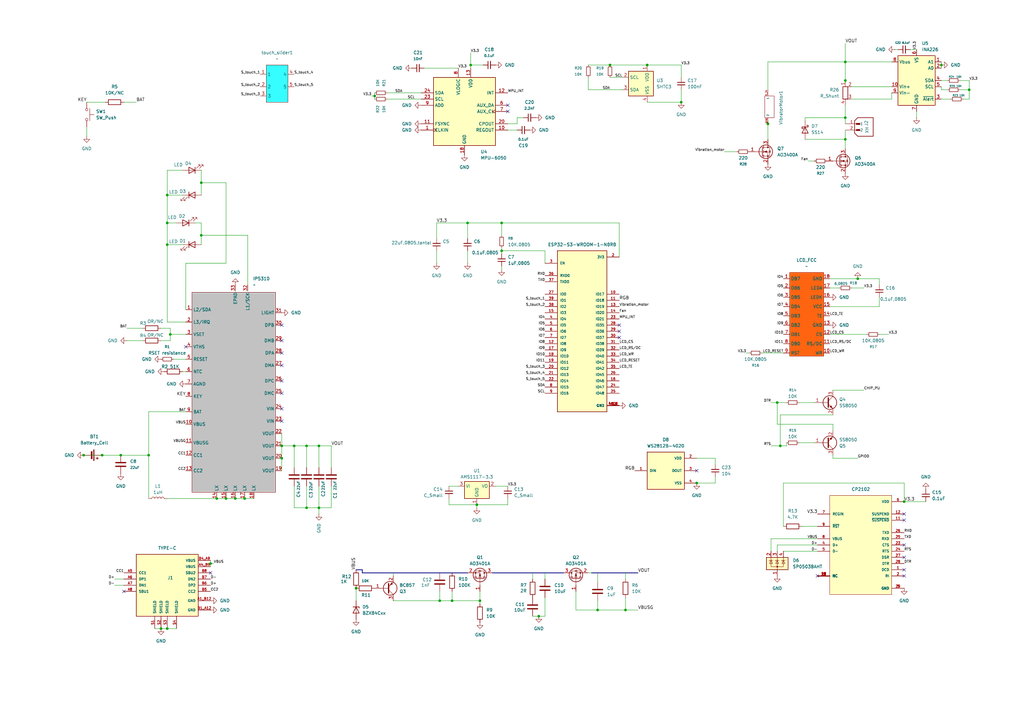
<source format=kicad_sch>
(kicad_sch (version 20250114) (generator "eeschema") (generator_version "9.0")
  (paper "A3")
  (junction (at 245.11 250.19))
  (junction (at 346.71 25.4))
  (junction (at 346.71 48.26))
  (junction (at 220.98 252.73))
  (junction (at 130.81 208.28))
  (junction (at 346.71 57.15))
  (junction (at 351.79 114.3))
  (junction (at 49.53 186.69))
  (junction (at 66.04 257.81))
  (junction (at 120.65 182.88))
  (junction (at 196.85 246.38))
  (junction (at 193.04 26.67))
  (junction (at 153.67 39.37))
  (junction (at 250.19 26.67))
  (junction (at 265.43 26.67))
  (junction (at 346.71 33.02))
  (junction (at 185.42 246.38))
  (junction (at 125.73 208.28))
  (junction (at 88.9 204.47))
  (junction (at 125.73 182.88))
  (junction (at 320.04 182.88))
  (junction (at 60.96 186.69))
  (junction (at 115.57 182.88))
  (junction (at 180.34 246.38))
  (junction (at 314.96 50.8))
  (junction (at 82.55 96.52))
  (junction (at 115.57 187.96))
  (junction (at 397.51 36.83))
  (junction (at 86.36 231.14))
  (junction (at 256.54 250.19))
  (junction (at 191.77 91.44))
  (junction (at 69.85 137.16))
  (junction (at 195.58 207.01))
  (junction (at 68.58 257.81))
  (junction (at 96.52 204.47))
  (junction (at 100.33 204.47))
  (junction (at 386.08 26.67))
  (junction (at 205.74 91.44))
  (junction (at 68.58 91.44))
  (junction (at 41.91 186.69))
  (junction (at 370.84 205.74))
  (junction (at 279.4 41.91))
  (junction (at 34.29 186.69))
  (junction (at 68.58 80.01))
  (junction (at 130.81 182.88))
  (junction (at 318.77 165.1))
  (junction (at 146.05 241.3))
  (junction (at 92.71 204.47))
  (junction (at 68.58 100.33))
  (junction (at 285.75 198.12))
  (junction (at 205.74 102.87))
  (junction (at 82.55 74.93))
  (no_connect (at 115.57 167.64))
  (no_connect (at 86.36 234.95))
  (no_connect (at 115.57 139.7))
  (no_connect (at 115.57 172.72))
  (no_connect (at 76.2 142.24))
  (no_connect (at 115.57 161.29))
  (no_connect (at 370.84 233.68))
  (no_connect (at 335.28 236.22))
  (no_connect (at 115.57 144.78))
  (no_connect (at 254 138.43))
  (no_connect (at 370.84 228.6))
  (no_connect (at 370.84 223.52))
  (no_connect (at 370.84 236.22))
  (no_connect (at 115.57 133.35))
  (no_connect (at 208.28 45.72))
  (no_connect (at 254 133.35))
  (no_connect (at 254 135.89))
  (no_connect (at 115.57 156.21))
  (no_connect (at 285.75 193.04))
  (no_connect (at 115.57 149.86))
  (no_connect (at 370.84 210.82))
  (no_connect (at 208.28 43.18))
  (no_connect (at 370.84 213.36))
  (no_connect (at 50.8 242.57))
  (wire (pts (xy 320.04 170.18) (xy 341.63 170.18)))
  (wire (pts (xy 250.19 26.67) (xy 265.43 26.67)))
  (wire (pts (xy 82.55 69.85) (xy 82.55 74.93)))
  (wire (pts (xy 349.25 40.64) (xy 365.76 40.64)))
  (wire (pts (xy 184.15 207.01) (xy 195.58 207.01)))
  (wire (pts (xy 115.57 182.88) (xy 115.57 187.96)))
  (wire (pts (xy 340.36 114.3) (xy 351.79 114.3)))
  (wire (pts (xy 316.23 220.98) (xy 335.28 220.98)))
  (wire (pts (xy 241.3 26.67) (xy 250.19 26.67)))
  (wire (pts (xy 208.28 207.01) (xy 195.58 207.01)))
  (wire (pts (xy 195.58 207.01) (xy 195.58 208.28)))
  (wire (pts (xy 212.09 48.26) (xy 214.63 48.26)))
  (wire (pts (xy 76.2 127) (xy 76.2 107.95)))
  (wire (pts (xy 68.58 91.44) (xy 68.58 100.33)))
  (wire (pts (xy 208.28 50.8) (xy 212.09 50.8)))
  (wire (pts (xy 152.4 39.37) (xy 153.67 39.37)))
  (wire (pts (xy 331.47 66.04) (xy 334.01 66.04)))
  (wire (pts (xy 386.08 40.64) (xy 389.89 40.64)))
  (wire (pts (xy 86.36 231.14) (xy 86.36 232.41)))
  (wire (pts (xy 205.74 102.87) (xy 205.74 104.14)))
  (wire (pts (xy 130.81 210.82) (xy 130.81 208.28)))
  (wire (pts (xy 92.71 107.95) (xy 92.71 74.93)))
  (wire (pts (xy 69.85 134.62) (xy 66.04 134.62)))
  (wire (pts (xy 341.63 173.99) (xy 341.63 176.53)))
  (wire (pts (xy 135.89 191.77) (xy 135.89 182.88)))
  (wire (pts (xy 220.98 252.73) (xy 223.52 252.73)))
  (wire (pts (xy 161.29 246.38) (xy 180.34 246.38)))
  (wire (pts (xy 130.81 199.39) (xy 130.81 208.28)))
  (wire (pts (xy 236.22 250.19) (xy 245.11 250.19)))
  (wire (pts (xy 327.66 165.1) (xy 334.01 165.1)))
  (wire (pts (xy 153.67 39.37) (xy 153.67 40.64)))
  (wire (pts (xy 285.75 187.96) (xy 293.37 187.96)))
  (wire (pts (xy 340.36 137.16) (xy 355.6 137.16)))
  (wire (pts (xy 365.76 25.4) (xy 346.71 25.4)))
  (wire (pts (xy 293.37 198.12) (xy 285.75 198.12)))
  (wire (pts (xy 386.08 25.4) (xy 386.08 26.67)))
  (wire (pts (xy 370.84 198.12) (xy 370.84 205.74)))
  (wire (pts (xy 76.2 107.95) (xy 92.71 107.95)))
  (wire (pts (xy 191.77 91.44) (xy 205.74 91.44)))
  (wire (pts (xy 320.04 182.88) (xy 322.58 182.88)))
  (wire (pts (xy 135.89 182.88) (xy 130.81 182.88)))
  (wire (pts (xy 74.93 152.4) (xy 76.2 152.4)))
  (wire (pts (xy 146.05 241.3) (xy 146.05 246.38)))
  (wire (pts (xy 60.96 204.47) (xy 60.96 186.69)))
  (wire (pts (xy 115.57 187.96) (xy 115.57 193.04)))
  (wire (pts (xy 212.09 50.8) (xy 212.09 48.26)))
  (wire (pts (xy 179.07 91.44) (xy 179.07 97.79)))
  (wire (pts (xy 60.96 186.69) (xy 60.96 168.91)))
  (wire (pts (xy 88.9 204.47) (xy 92.71 204.47)))
  (wire (pts (xy 130.81 182.88) (xy 125.73 182.88)))
  (wire (pts (xy 66.04 257.81) (xy 68.58 257.81)))
  (wire (pts (xy 318.77 165.1) (xy 322.58 165.1)))
  (wire (pts (xy 82.55 96.52) (xy 101.6 96.52)))
  (wire (pts (xy 314.96 25.4) (xy 314.96 36.83)))
  (wire (pts (xy 115.57 182.88) (xy 120.65 182.88)))
  (wire (pts (xy 68.58 69.85) (xy 74.93 69.85)))
  (wire (pts (xy 250.19 31.75) (xy 255.27 31.75)))
  (wire (pts (xy 205.74 101.6) (xy 205.74 102.87)))
  (wire (pts (xy 82.55 96.52) (xy 82.55 91.44)))
  (wire (pts (xy 180.34 242.57) (xy 180.34 246.38)))
  (wire (pts (xy 158.75 40.64) (xy 172.72 40.64)))
  (wire (pts (xy 351.79 114.3) (xy 360.68 114.3)))
  (wire (pts (xy 293.37 195.58) (xy 293.37 198.12)))
  (wire (pts (xy 68.58 100.33) (xy 68.58 132.08)))
  (wire (pts (xy 368.3 20.32) (xy 367.03 20.32)))
  (wire (pts (xy 203.2 199.39) (xy 208.28 199.39)))
  (wire (pts (xy 354.33 118.11) (xy 349.25 118.11)))
  (wire (pts (xy 314.96 50.8) (xy 314.96 57.15)))
  (wire (pts (xy 393.7 33.02) (xy 397.51 33.02)))
  (wire (pts (xy 60.96 186.69) (xy 49.53 186.69)))
  (wire (pts (xy 223.52 234.95) (xy 223.52 237.49)))
  (wire (pts (xy 184.15 199.39) (xy 187.96 199.39)))
  (wire (pts (xy 184.15 204.47) (xy 184.15 207.01)))
  (wire (pts (xy 346.71 33.02) (xy 346.71 34.29)))
  (wire (pts (xy 327.66 181.61) (xy 334.01 181.61)))
  (wire (pts (xy 158.75 38.1) (xy 172.72 38.1)))
  (wire (pts (xy 218.44 234.95) (xy 218.44 237.49)))
  (wire (pts (xy 193.04 26.67) (xy 193.04 27.94)))
  (wire (pts (xy 330.2 48.26) (xy 330.2 49.53)))
  (wire (pts (xy 68.58 69.85) (xy 68.58 80.01)))
  (wire (pts (xy 346.71 48.26) (xy 330.2 48.26)))
  (wire (pts (xy 397.51 36.83) (xy 397.51 40.64)))
  (wire (pts (xy 346.71 25.4) (xy 346.71 33.02)))
  (wire (pts (xy 265.43 41.91) (xy 279.4 41.91)))
  (wire (pts (xy 46.99 240.03) (xy 50.8 240.03)))
  (wire (pts (xy 245.11 234.95) (xy 245.11 238.76)))
  (wire (pts (xy 180.34 246.38) (xy 185.42 246.38)))
  (wire (pts (xy 297.18 62.23) (xy 302.26 62.23)))
  (wire (pts (xy 370.84 205.74) (xy 379.73 205.74)))
  (wire (pts (xy 130.81 191.77) (xy 130.81 182.88)))
  (wire (pts (xy 179.07 91.44) (xy 191.77 91.44)))
  (wire (pts (xy 185.42 246.38) (xy 196.85 246.38)))
  (wire (pts (xy 316.23 182.88) (xy 320.04 182.88)))
  (wire (pts (xy 245.11 250.19) (xy 245.11 246.38)))
  (wire (pts (xy 360.68 114.3) (xy 360.68 116.84)))
  (wire (pts (xy 397.51 33.02) (xy 397.51 36.83)))
  (wire (pts (xy 66.04 139.7) (xy 69.85 139.7)))
  (wire (pts (xy 46.99 237.49) (xy 50.8 237.49)))
  (wire (pts (xy 318.77 226.06) (xy 318.77 223.52)))
  (wire (pts (xy 364.49 137.16) (xy 360.68 137.16)))
  (wire (pts (xy 72.39 91.44) (xy 68.58 91.44)))
  (wire (pts (xy 341.63 173.99) (xy 318.77 173.99)))
  (wire (pts (xy 365.76 40.64) (xy 365.76 38.1)))
  (wire (pts (xy 68.58 257.81) (xy 72.39 257.81)))
  (wire (pts (xy 153.67 38.1) (xy 153.67 39.37)))
  (wire (pts (xy 208.28 204.47) (xy 208.28 207.01)))
  (wire (pts (xy 92.71 74.93) (xy 82.55 74.93)))
  (wire (pts (xy 58.42 139.7) (xy 52.07 139.7)))
  (wire (pts (xy 52.07 134.62) (xy 58.42 134.62)))
  (wire (pts (xy 101.6 96.52) (xy 101.6 116.84)))
  (wire (pts (xy 241.3 31.75) (xy 241.3 36.83)))
  (wire (pts (xy 256.54 237.49) (xy 256.54 234.95)))
  (wire (pts (xy 35.56 41.91) (xy 43.18 41.91)))
  (wire (pts (xy 346.71 57.15) (xy 346.71 60.96)))
  (wire (pts (xy 279.4 41.91) (xy 279.4 36.83)))
  (wire (pts (xy 35.56 55.88) (xy 35.56 52.07)))
  (wire (pts (xy 76.2 132.08) (xy 68.58 132.08)))
  (wire (pts (xy 74.93 100.33) (xy 68.58 100.33)))
  (wire (pts (xy 322.58 182.88) (xy 322.58 181.61)))
  (wire (pts (xy 346.71 17.78) (xy 346.71 25.4)))
  (wire (pts (xy 68.58 80.01) (xy 68.58 91.44)))
  (wire (pts (xy 100.33 204.47) (xy 104.14 204.47)))
  (wire (pts (xy 346.71 50.8) (xy 346.71 48.26)))
  (wire (pts (xy 254 91.44) (xy 254 105.41)))
  (wire (pts (xy 330.2 57.15) (xy 346.71 57.15)))
  (wire (pts (xy 265.43 26.67) (xy 279.4 26.67)))
  (wire (pts (xy 375.92 48.26) (xy 375.92 45.72)))
  (wire (pts (xy 63.5 257.81) (xy 66.04 257.81)))
  (wire (pts (xy 96.52 204.47) (xy 100.33 204.47)))
  (wire (pts (xy 360.68 121.92) (xy 360.68 125.73)))
  (wire (pts (xy 135.89 208.28) (xy 130.81 208.28)))
  (wire (pts (xy 185.42 246.38) (xy 185.42 242.57)))
  (wire (pts (xy 314.96 49.53) (xy 314.96 50.8)))
  (wire (pts (xy 349.25 35.56) (xy 365.76 35.56)))
  (wire (pts (xy 161.29 234.95) (xy 161.29 236.22)))
  (wire (pts (xy 68.58 204.47) (xy 88.9 204.47)))
  (bus (pts (xy 242.57 234.95) (xy 261.62 234.95)))
  (wire (pts (xy 256.54 250.19) (xy 245.11 250.19)))
  (wire (pts (xy 397.51 36.83) (xy 393.7 36.83)))
  (bus (pts (xy 148.59 234.95) (xy 191.77 234.95)))
  (wire (pts (xy 321.31 226.06) (xy 335.28 226.06)))
  (wire (pts (xy 69.85 137.16) (xy 69.85 134.62)))
  (wire (pts (xy 321.31 198.12) (xy 370.84 198.12)))
  (wire (pts (xy 279.4 31.75) (xy 279.4 26.67)))
  (wire (pts (xy 328.93 215.9) (xy 335.28 215.9)))
  (wire (pts (xy 316.23 226.06) (xy 316.23 220.98)))
  (wire (pts (xy 223.52 102.87) (xy 205.74 102.87)))
  (wire (pts (xy 316.23 165.1) (xy 318.77 165.1)))
  (wire (pts (xy 74.93 80.01) (xy 68.58 80.01)))
  (wire (pts (xy 120.65 199.39) (xy 120.65 208.28)))
  (bus (pts (xy 146.05 233.68) (xy 148.59 233.68)))
  (wire (pts (xy 320.04 170.18) (xy 320.04 182.88)))
  (bus (pts (xy 148.59 234.95) (xy 148.59 233.68)))
  (wire (pts (xy 205.74 109.22) (xy 205.74 110.49)))
  (wire (pts (xy 208.28 53.34) (xy 212.09 53.34)))
  (wire (pts (xy 86.36 229.87) (xy 86.36 231.14)))
  (wire (pts (xy 360.68 125.73) (xy 340.36 125.73)))
  (bus (pts (xy 201.93 234.95) (xy 231.14 234.95)))
  (wire (pts (xy 71.12 147.32) (xy 76.2 147.32)))
  (wire (pts (xy 125.73 208.28) (xy 130.81 208.28)))
  (wire (pts (xy 86.36 231.14) (xy 87.63 231.14)))
  (wire (pts (xy 256.54 245.11) (xy 256.54 250.19)))
  (wire (pts (xy 386.08 33.02) (xy 388.62 33.02)))
  (wire (pts (xy 293.37 187.96) (xy 293.37 190.5)))
  (wire (pts (xy 318.77 173.99) (xy 318.77 165.1)))
  (wire (pts (xy 236.22 242.57) (xy 236.22 250.19)))
  (wire (pts (xy 318.77 223.52) (xy 335.28 223.52)))
  (wire (pts (xy 386.08 36.83) (xy 386.08 35.56)))
  (wire (pts (xy 193.04 26.67) (xy 198.12 26.67)))
  (wire (pts (xy 223.52 107.95) (xy 223.52 102.87)))
  (wire (pts (xy 196.85 246.38) (xy 196.85 242.57)))
  (wire (pts (xy 193.04 21.59) (xy 193.04 26.67)))
  (wire (pts (xy 397.51 40.64) (xy 394.97 40.64)))
  (wire (pts (xy 344.17 118.11) (xy 340.36 118.11)))
  (wire (pts (xy 49.53 186.69) (xy 41.91 186.69)))
  (wire (pts (xy 76.2 137.16) (xy 69.85 137.16)))
  (wire (pts (xy 191.77 91.44) (xy 191.77 97.79)))
  (wire (pts (xy 82.55 100.33) (xy 82.55 96.52)))
  (wire (pts (xy 223.52 245.11) (xy 223.52 252.73)))
  (wire (pts (xy 125.73 208.28) (xy 120.65 208.28)))
  (wire (pts (xy 205.74 91.44) (xy 205.74 96.52)))
  (wire (pts (xy 346.71 57.15) (xy 346.71 53.34)))
  (wire (pts (xy 125.73 191.77) (xy 125.73 182.88)))
  (wire (pts (xy 205.74 91.44) (xy 254 91.44)))
  (wire (pts (xy 312.42 144.78) (xy 321.31 144.78)))
  (wire (pts (xy 135.89 199.39) (xy 135.89 208.28)))
  (wire (pts (xy 120.65 182.88) (xy 120.65 191.77)))
  (wire (pts (xy 261.62 250.19) (xy 256.54 250.19)))
  (wire (pts (xy 351.79 187.96) (xy 341.63 187.96)))
  (wire (pts (xy 125.73 182.88) (xy 120.65 182.88)))
  (wire (pts (xy 196.85 247.65) (xy 196.85 246.38)))
  (wire (pts (xy 125.73 199.39) (xy 125.73 208.28)))
  (wire (pts (xy 314.96 25.4) (xy 346.71 25.4)))
  (wire (pts (xy 341.63 160.02) (xy 354.33 160.02)))
  (wire (pts (xy 241.3 36.83) (xy 255.27 36.83)))
  (wire (pts (xy 321.31 215.9) (xy 321.31 198.12)))
  (wire (pts (xy 82.55 91.44) (xy 80.01 91.44)))
  (wire (pts (xy 373.38 20.32) (xy 375.92 20.32)))
  (wire (pts (xy 82.55 74.93) (xy 82.55 80.01)))
  (wire (pts (xy 341.63 187.96) (xy 341.63 186.69)))
  (wire (pts (xy 69.85 137.16) (xy 69.85 139.7)))
  (wire (pts (xy 179.07 102.87) (xy 179.07 107.95)))
  (wire (pts (xy 173.99 27.94) (xy 187.96 27.94)))
  (wire (pts (xy 386.08 26.67) (xy 386.08 27.94)))
  (wire (pts (xy 41.91 186.69) (xy 34.29 186.69)))
  (wire (pts (xy 55.88 41.91) (xy 50.8 41.91)))
  (wire (pts (xy 218.44 252.73) (xy 220.98 252.73)))
  (wire (pts (xy 191.77 102.87) (xy 191.77 107.95)))
  (wire (pts (xy 60.96 168.91) (xy 76.2 168.91)))
  (wire (pts (xy 241.3 234.95) (xy 242.57 234.95)))
  (wire (pts (xy 306.07 144.78) (xy 307.34 144.78)))
  (wire (pts (xy 115.57 177.8) (xy 115.57 182.88)))
  (wire (pts (xy 388.62 36.83) (xy 386.08 36.83)))
  (wire (pts (xy 346.71 43.18) (xy 346.71 48.26)))
  (wire (pts (xy 92.71 204.47) (xy 96.52 204.47)))
  (label "SCL" (at 255.27 31.75 180) (effects (font (size 1.016 1.016))))
  (label "V3.3" (at 208.28 199.39 0) (effects (font (size 1.016 1.016))))
  (label "LCD_WR" (at 340.36 144.78 0) (effects (font (size 1.016 1.016))))
  (label "D+" (at 46.99 237.49 180) (effects (font (size 1.016 1.016))))
  (label "V3.3" (at 187.96 27.94 0) (effects (font (size 1.016 1.016))))
  (label "MPU_INT" (at 254 130.81 0) (effects (font (size 1.016 1.016))))
  (label "V3.3" (at 375.92 20.32 90) (effects (font (size 1.016 1.016))))
  (label "VOUT" (at 346.71 17.78 0))
  (label "CC2" (at 86.36 242.57 0) (effects (font (size 1.016 1.016))))
  (label "KEY" (at 76.2 162.56 180))
  (label "CC1" (at 50.8 234.95 180) (effects (font (size 1.016 1.016))))
  (label "Fan" (at 331.47 66.04 180) (effects (font (size 1.016 1.016))))
  (label "S_touch_3" (at 223.52 151.13 180) (effects (font (size 1.016 1.016))))
  (label "S_touch_3" (at 106.68 39.37 180) (effects (font (size 1.016 1.016))))
  (label "D+" (at 86.36 240.03 0) (effects (font (size 1.016 1.016))))
  (label "V3.3" (at 364.49 137.16 0) (effects (font (size 1.016 1.016))))
  (label "D-" (at 335.28 226.06 180) (effects (font (size 1.016 1.016))))
  (label "V3.3" (at 354.33 118.11 0) (effects (font (size 1.016 1.016))))
  (label "LCD_RS{slash}DC" (at 340.36 140.97 0) (effects (font (size 1.016 1.016))))
  (label "GPIO0" (at 351.79 187.96 0) (effects (font (size 1.016 1.016))))
  (label "D+" (at 335.28 223.52 180) (effects (font (size 1.016 1.016))))
  (label "RGB" (at 260.35 193.04 180))
  (label "CC2" (at 76.2 193.04 180) (effects (font (size 1.016 1.016))))
  (label "IO10" (at 321.31 137.16 180) (effects (font (size 1.016 1.016))))
  (label "LCD_WR" (at 254 146.05 0) (effects (font (size 1.016 1.016))))
  (label "VBUS" (at 146.05 233.68 90))
  (label "S_touch_2" (at 106.68 35.56 180) (effects (font (size 1.016 1.016))))
  (label "S_touch_4" (at 223.52 153.67 180) (effects (font (size 1.016 1.016))))
  (label "LCD_TE" (at 254 151.13 0) (effects (font (size 1.016 1.016))))
  (label "BAT" (at 76.2 168.91 180) (effects (font (size 1.016 1.016))))
  (label "V3.3" (at 370.84 205.74 0))
  (label "IO7" (at 321.31 125.73 180) (effects (font (size 1.016 1.016))))
  (label "S_touch_5" (at 120.65 35.56 0) (effects (font (size 1.016 1.016))))
  (label "Vibration_motor" (at 297.18 62.23 180) (effects (font (size 1.016 1.016))))
  (label "RGB" (at 254 123.19 0))
  (label "V3.3" (at 335.28 210.82 180))
  (label "CHIP_PU" (at 354.33 160.02 0) (effects (font (size 1.016 1.016))))
  (label "IO11" (at 223.52 148.59 180) (effects (font (size 1.016 1.016))))
  (label "IO8" (at 223.52 140.97 180) (effects (font (size 1.016 1.016))))
  (label "LCD_CS" (at 340.36 137.16 0) (effects (font (size 1.016 1.016))))
  (label "SDA" (at 250.19 36.83 180) (effects (font (size 1.016 1.016))))
  (label "LCD_RS{slash}DC" (at 254 143.51 0) (effects (font (size 1.016 1.016))))
  (label "S_touch_1" (at 223.52 123.19 180) (effects (font (size 1.016 1.016))))
  (label "D-" (at 86.36 237.49 0) (effects (font (size 1.016 1.016))))
  (label "VOUT" (at 135.89 182.88 0))
  (label "IO8" (at 321.31 129.54 180) (effects (font (size 1.016 1.016))))
  (label "IO4" (at 321.31 114.3 180) (effects (font (size 1.016 1.016))))
  (label "CC1" (at 76.2 186.69 180) (effects (font (size 1.016 1.016))))
  (label "IO5" (at 321.31 118.11 180) (effects (font (size 1.016 1.016))))
  (label "Vibration_motor" (at 254 125.73 0) (effects (font (size 1.016 1.016))))
  (label "S_touch_5" (at 223.52 156.21 180) (effects (font (size 1.016 1.016))))
  (label "S_touch_4" (at 120.65 30.48 0) (effects (font (size 1.016 1.016))))
  (label "S_touch_1" (at 106.68 30.48 180) (effects (font (size 1.016 1.016))))
  (label "IO9" (at 223.52 143.51 180) (effects (font (size 1.016 1.016))))
  (label "BAT" (at 52.07 134.62 180) (effects (font (size 1.016 1.016))))
  (label "RX0" (at 223.52 113.03 180) (effects (font (size 1.016 1.016))))
  (label "VBUSG" (at 76.2 181.61 180) (effects (font (size 1.016 1.016))))
  (label "IO10" (at 223.52 146.05 180) (effects (font (size 1.016 1.016))))
  (label "S_touch_2" (at 223.52 125.73 180) (effects (font (size 1.016 1.016))))
  (label "SDA" (at 165.1 38.1 180) (effects (font (size 1.016 1.016))))
  (label "LCD_TE" (at 340.36 129.54 0) (effects (font (size 1.016 1.016))))
  (label "IO9" (at 321.31 133.35 180) (effects (font (size 1.016 1.016))))
  (label "SCL" (at 170.18 40.64 180) (effects (font (size 1.016 1.016))))
  (label "VBUS" (at 87.63 231.14 0) (effects (font (size 1.016 1.016))))
  (label "IO11" (at 321.31 140.97 180) (effects (font (size 1.016 1.016))))
  (label "IO5" (at 223.52 133.35 180) (effects (font (size 1.016 1.016))))
  (label "MPU_INT" (at 208.28 38.1 0) (effects (font (size 1.016 1.016))))
  (label "DTR" (at 316.23 165.1 180) (effects (font (size 1.016 1.016))))
  (label "V3.3" (at 306.07 144.78 180) (effects (font (size 1.016 1.016))))
  (label "IO6" (at 223.52 135.89 180) (effects (font (size 1.016 1.016))))
  (label "LCD_CS" (at 254 140.97 0) (effects (font (size 1.016 1.016))))
  (label "DTR" (at 370.84 231.14 0) (effects (font (size 1.016 1.016))))
  (label "LCD_RESET" (at 254 148.59 0) (effects (font (size 1.016 1.016))))
  (label "VBUSG" (at 261.62 250.19 0))
  (label "RTS" (at 316.23 182.88 180) (effects (font (size 1.016 1.016))))
  (label "KEY" (at 35.56 41.91 180))
  (label "V3.3" (at 279.4 26.67 0) (effects (font (size 1.016 1.016))))
  (label "TX0" (at 370.84 220.98 0) (effects (font (size 1.016 1.016))))
  (label "RX0" (at 370.84 218.44 0) (effects (font (size 1.016 1.016))))
  (label "IO7" (at 223.52 138.43 180) (effects (font (size 1.016 1.016))))
  (label "V3.3" (at 193.04 21.59 0) (effects (font (size 1.016 1.016))))
  (label "BAT" (at 55.88 41.91 0))
  (label "V3.3" (at 179.07 91.44 0))
  (label "IO6" (at 321.31 121.92 180) (effects (font (size 1.016 1.016))))
  (label "TX0" (at 223.52 115.57 180) (effects (font (size 1.016 1.016))))
  (label "V3.3" (at 397.51 33.02 0) (effects (font (size 1.016 1.016))))
  (label "RTS" (at 370.84 226.06 0) (effects (font (size 1.016 1.016))))
  (label "Fan" (at 254 128.27 0) (effects (font (size 1.016 1.016))))
  (label "VBUS" (at 335.28 220.98 180) (effects (font (size 1.016 1.016))))
  (label "D-" (at 46.99 240.03 180) (effects (font (size 1.016 1.016))))
  (label "V3.3" (at 152.4 39.37 180) (effects (font (size 1.016 1.016))))
  (label "VOUT" (at 261.62 234.95 0))
  (label "SCL" (at 223.52 161.29 180) (effects (font (size 1.016 1.016))))
  (label "LCD_RESET" (at 321.31 144.78 180) (effects (font (size 1.016 1.016))))
  (label "SDA" (at 223.52 158.75 180) (effects (font (size 1.016 1.016))))
  (label "IO4" (at 223.52 130.81 180) (effects (font (size 1.016 1.016))))
  (label "VBUS" (at 76.2 173.99 180) (effects (font (size 1.016 1.016))))
  (symbol (lib_id "Device:LED") (at 76.2 91.44 180) (unit 1)
    (property "Reference" "D2" (at 74.676 88.646 0))
    (property "Value" "LED" (at 70.612 89.154 0))
    (property "Description" "Light emitting diode" (effects (hide yes)))
    (property "Sim.Pins" "1=K 2=A" (effects (hide yes)))
  )
  (symbol (lib_id "power:GND") (at 340.36 121.92 90) (unit 1)
    (property "Reference" "#PWR027" (effects (hide yes)))
    (property "Value" "GND" (at 344.17 121.9199 90) (effects (justify right)))
    (property "Description" "Power symbol creates a global label with name \"GND\" , ground" (effects (hide yes)))
  )
  (symbol (lib_id "power:GND") (at 172.72 53.34 270) (unit 1)
    (property "Reference" "#PWR036" (effects (hide yes)))
    (property "Value" "GND" (at 168.91 53.3399 90) (effects (justify right)))
    (property "Description" "Power symbol creates a global label with name \"GND\" , ground" (effects (hide yes)))
  )
  (symbol (lib_id "Device:C_Small") (at 279.4 34.29 0) (unit 1)
    (property "Reference" "C17" (at 281.94 33.0262 0) (effects (justify left)))
    (property "Value" "100nF" (at 281.94 35.5662 0) (effects (justify left)))
    (property "Description" "Unpolarized capacitor, small symbol" (effects (hide yes)))
  )
  (symbol (lib_id "power:GND") (at 66.04 147.32 270) (unit 1)
    (property "Reference" "#PWR013" (effects (hide yes)))
    (property "Value" "GND" (at 62.23 147.3199 90) (effects (justify right)))
    (property "Description" "Power symbol creates a global label with name \"GND\" , ground" (effects (hide yes)))
  )
  (symbol (lib_id "power:GND") (at 370.84 241.3 0) (unit 1)
    (property "Reference" "#PWR08" (effects (hide yes)))
    (property "Value" "GND" (at 370.84 246.38 0))
    (property "Description" "Power symbol creates a global label with name \"GND\" , ground" (effects (hide yes)))
  )
  (symbol (lib_id "Transistor_BJT:SS8050") (at 339.09 181.61 0) (mirror x) (unit 1)
    (property "Reference" "Q5" (at 344.17 182.8801 0) (effects (justify left)))
    (property "Value" "SS8050" (at 344.17 180.3401 0) (effects (justify left)))
    (property "Footprint" "Package_TO_SOT_SMD:SOT-23" (effects (hide yes)))
    (property "Datasheet" "http://www.secosgmbh.com/datasheet/products/SSMPTransistor/SOT-23/SS8050.pdf" (effects (hide yes)))
    (property "Description" "General Purpose NPN Transistor, 1.5A Ic, 25V Vce, SOT-23" (effects (hide yes)))
  )
  (symbol (lib_id "TYPE-C-31-M-12:TYPE-C-31-M-12") (at 68.58 240.03 0) (unit 1)
    (property "Reference" "J1" (at 69.85 236.982 0))
    (property "Value" "TYPE-C" (at 68.58 224.79 0))
    (property "Footprint" "TYPE-C-31-M-12:HRO_TYPE-C-31-M-12" (effects (hide yes)))
    (property "MF" "HRO Electronics Co., Ltd." (effects (hide yes)))
    (property "MAXIMUM_PACKAGE_HEIGHT" "3.26 mm" (effects (hide yes)))
    (property "Package" "Package" (effects (hide yes)))
    (property "Price" "None" (effects (hide yes)))
    (property "Check_prices" "https://www.snapeda.com/parts/TYPE-C-31-M-12/HRO+Electronics+Co.%252C+Ltd./view-part/?ref=eda" (effects (hide yes)))
    (property "STANDARD" "Manufacturer Recommendations" (effects (hide yes)))
    (property "PARTREV" "2020.12.08" (effects (hide yes)))
    (property "SnapEDA_Link" "https://www.snapeda.com/parts/TYPE-C-31-M-12/HRO+Electronics+Co.%252C+Ltd./view-part/?ref=snap" (effects (hide yes)))
    (property "MP" "TYPE-C-31-M-12" (effects (hide yes)))
    (property "Description_1" "USB Connectors 24 Receptacle 1 8.94*7.3mm RoHS" (effects (hide yes)))
    (property "SNAPEDA_PN" "TYPE-C-31-M-12" (effects (hide yes)))
    (property "Availability" "Not in stock" (effects (hide yes)))
    (property "MANUFACTURER" "HRO Electronics Co., Ltd." (effects (hide yes)))
  )
  (symbol (lib_id "Transistor_FET:AO3400A") (at 312.42 62.23 0) (unit 1)
    (property "Reference" "Q7" (at 318.77 60.9599 0) (effects (justify left)))
    (property "Value" "AO3400A" (at 318.77 63.4999 0) (effects (justify left)))
    (property "Footprint" "Package_TO_SOT_SMD:SOT-23" (effects (hide yes)))
    (property "Datasheet" "http://www.aosmd.com/pdfs/datasheet/AO3400A.pdf" (effects (hide yes)))
    (property "Description" "30V Vds, 5.7A Id, N-Channel MOSFET, SOT-23" (effects (hide yes)))
  )
  (symbol (lib_id "Device:C_Small") (at 171.45 27.94 90) (unit 1)
    (property "Reference" "C21" (at 171.45 21.59 90))
    (property "Value" "10nF" (at 171.4563 24.13 90) (effects (font (size 1.016 1.016))))
    (property "Description" "Unpolarized capacitor, small symbol" (effects (hide yes)))
  )
  (symbol (lib_id "Power_Protection:SP0503BAHT") (at 318.77 231.14 0) (unit 1)
    (property "Reference" "D6" (at 325.12 229.8699 0) (effects (justify left)))
    (property "Value" "SP0503BAHT" (at 325.12 232.4099 0) (effects (justify left)))
    (property "Footprint" "Package_TO_SOT_SMD:SOT-143" (effects (hide yes)))
    (property "Datasheet" "http://www.littelfuse.com/~/media/files/littelfuse/technical%20resources/documents/data%20sheets/sp05xxba.pdf" (effects (hide yes)))
    (property "Description" "TVS Diode Array, 5.5V Standoff, 3 Channels, SOT-143 package" (effects (hide yes)))
  )
  (symbol (lib_id "power:GND") (at 314.96 67.31 0) (unit 1)
    (property "Reference" "#PWR041" (effects (hide yes)))
    (property "Value" "GND" (at 314.96 72.39 0))
    (property "Description" "Power symbol creates a global label with name \"GND\" , ground" (effects (hide yes)))
  )
  (symbol (lib_id "Device:R_Small") (at 241.3 29.21 0) (mirror y) (unit 1)
    (property "Reference" "R20" (at 238.76 27.9399 0) (effects (font (size 1.016 1.016)) (justify left)))
    (property "Value" "10K" (at 238.76 30.4799 0) (effects (font (size 1.016 1.016)) (justify left)))
    (property "Description" "Resistor, small symbol" (effects (hide yes)))
  )
  (symbol (lib_id "power:GND") (at 367.03 20.32 270) (unit 1)
    (property "Reference" "#PWR039" (effects (hide yes)))
    (property "Value" "GND" (at 363.22 20.3199 90) (effects (justify right)))
    (property "Description" "Power symbol creates a global label with name \"GND\" , ground" (effects (hide yes)))
  )
  (symbol (lib_id "Device:LED") (at 78.74 100.33 0) (unit 1)
    (property "Reference" "D1" (at 74.93 98.806 0))
    (property "Value" "LED" (at 71.12 99.06 0))
    (property "Description" "Light emitting diode" (effects (hide yes)))
    (property "Sim.Pins" "1=K 2=A" (effects (hide yes)))
  )
  (symbol (lib_id "Device:R") (at 196.85 251.46 0) (unit 1)
    (property "Reference" "R9" (at 199.39 250.1899 0) (effects (justify left)))
    (property "Value" "10K" (at 199.39 252.7299 0) (effects (justify left)))
    (property "Description" "Resistor" (effects (hide yes)))
  )
  (symbol (lib_id "5pin-touch-slider:5pin_touch_slider_") (at 113.03 25.4 0) (unit 1)
    (property "Reference" "touch_slider1" (at 113.665 21.59 0))
    (property "Value" "~" (at 113.665 24.13 0))
    (property "Footprint" "5pin-touch-slider:TouchSlider-5_50x10mm" (effects (hide yes)))
  )
  (symbol (lib_id "Device:L") (at 64.77 204.47 90) (unit 1)
    (property "Reference" "L1" (at 64.77 199.39 90))
    (property "Value" "1uH" (at 64.77 201.93 90))
    (property "Description" "Inductor" (effects (hide yes)))
  )
  (symbol (lib_id "Device:R_Small") (at 325.12 181.61 90) (unit 1)
    (property "Reference" "R15" (at 325.12 176.53 90) (effects (font (size 1.016 1.016))))
    (property "Value" "10K" (at 325.12 179.07 90))
    (property "Description" "Resistor, small symbol" (effects (hide yes)))
  )
  (symbol (lib_id "Device:R") (at 149.86 241.3 90) (unit 1)
    (property "Reference" "R11" (at 150.114 244.094 90))
    (property "Value" "10K" (at 149.86 238.252 90) (effects (font (size 1.016 1.016))))
    (property "Description" "Resistor" (effects (hide yes)))
  )
  (symbol (lib_id "Device:R_Small") (at 392.43 40.64 90) (mirror x) (unit 1)
    (property "Reference" "R23" (at 390.652 39.116 90) (effects (font (size 0.762 0.762)) (justify right)))
    (property "Value" "10K" (at 393.446 39.116 90) (effects (font (size 0.762 0.762)) (justify right)))
    (property "Description" "Resistor, small symbol" (effects (hide yes)))
  )
  (symbol (lib_id "power:GND") (at 318.77 236.22 0) (unit 1)
    (property "Reference" "#PWR024" (effects (hide yes)))
    (property "Value" "GND" (at 318.77 241.3 0))
    (property "Description" "Power symbol creates a global label with name \"GND\" , ground" (effects (hide yes)))
  )
  (symbol (lib_id "Device:R_Small") (at 391.16 36.83 90) (mirror x) (unit 1)
    (property "Reference" "R25" (at 389.382 35.306 90) (effects (font (size 0.762 0.762)) (justify right)))
    (property "Value" "10K" (at 392.176 35.306 90) (effects (font (size 0.762 0.762)) (justify right)))
    (property "Description" "Resistor, small symbol" (effects (hide yes)))
  )
  (symbol (lib_id "Device:C") (at 135.89 195.58 0) (unit 1)
    (property "Reference" "C1" (at 137.414 203.2 90))
    (property "Value" "22uF" (at 137.414 199.136 90) (effects (font (size 1.016 1.016))))
    (property "Description" "Unpolarized capacitor" (effects (hide yes)))
  )
  (symbol (lib_id "Regulator_Linear:AMS1117-3.3") (at 195.58 199.39 0) (unit 1)
    (property "Reference" "U1" (at 195.58 193.04 0))
    (property "Value" "AMS1117-3.3" (at 195.58 195.58 0))
    (property "Footprint" "Package_TO_SOT_SMD:SOT-223-3_TabPin2" (effects (hide yes)))
    (property "Datasheet" "http://www.advanced-monolithic.com/pdf/ds1117.pdf" (effects (hide yes)))
    (property "Description" "1A Low Dropout regulator, positive, 3.3V fixed output, SOT-223" (effects (hide yes)))
  )
  (symbol (lib_id "power:GND") (at 130.81 210.82 0) (unit 1)
    (property "Reference" "#PWR09" (effects (hide yes)))
    (property "Value" "GND" (at 130.8101 214.63 90) (effects (justify right)))
    (property "Description" "Power symbol creates a global label with name \"GND\" , ground" (effects (hide yes)))
  )
  (symbol (lib_id "Device:C_Small") (at 184.15 201.93 0) (mirror y) (unit 1)
    (property "Reference" "C14" (at 181.61 200.6662 0) (effects (justify left)))
    (property "Value" "C_Small" (at 181.61 203.2062 0) (effects (justify left)))
    (property "Description" "Unpolarized capacitor, small symbol" (effects (hide yes)))
  )
  (symbol (lib_id "Device:R_Small") (at 156.21 40.64 90) (mirror x) (unit 1)
    (property "Reference" "R22" (at 154.9399 43.18 0) (effects (font (size 1.016 1.016)) (justify left)))
    (property "Value" "10K" (at 157.4799 43.18 0) (effects (font (size 1.016 1.016)) (justify left)))
    (property "Description" "Resistor, small symbol" (effects (hide yes)))
  )
  (symbol (lib_id "Device:C") (at 218.44 248.92 0) (unit 1)
    (property "Reference" "C11" (at 211.328 247.904 0) (effects (justify left)))
    (property "Value" "10uF" (at 210.82 250.19 0) (effects (justify left)))
    (property "Description" "Unpolarized capacitor" (effects (hide yes)))
  )
  (symbol (lib_id "Device:R_Small") (at 391.16 33.02 90) (mirror x) (unit 1)
    (property "Reference" "R24" (at 389.128 31.496 90) (effects (font (size 0.762 0.762)) (justify right)))
    (property "Value" "10K" (at 392.176 31.496 90) (effects (font (size 0.762 0.762)) (justify right)))
    (property "Description" "Resistor, small symbol" (effects (hide yes)))
  )
  (symbol (lib_id "power:GND") (at 190.5 63.5 0) (unit 1)
    (property "Reference" "#PWR029" (effects (hide yes)))
    (property "Value" "GND" (at 190.5 68.58 0))
    (property "Description" "Power symbol creates a global label with name \"GND\" , ground" (effects (hide yes)))
  )
  (symbol (lib_id "power:GND") (at 217.17 53.34 90) (unit 1)
    (property "Reference" "#PWR031" (effects (hide yes)))
    (property "Value" "GND" (at 220.98 53.3399 90) (effects (justify right)))
    (property "Description" "Power symbol creates a global label with name \"GND\" , ground" (effects (hide yes)))
  )
  (symbol (lib_id "power:GND") (at 146.05 254 0) (unit 1)
    (property "Reference" "#PWR021" (effects (hide yes)))
    (property "Value" "GND" (at 146.05 259.08 0))
    (property "Description" "Power symbol creates a global label with name \"GND\" , ground" (effects (hide yes)))
  )
  (symbol (lib_id "power:GND") (at 220.98 252.73 0) (unit 1)
    (property "Reference" "#PWR019" (effects (hide yes)))
    (property "Value" "GND" (at 220.98 257.81 0))
    (property "Description" "Power symbol creates a global label with name \"GND\" , ground" (effects (hide yes)))
  )
  (symbol (lib_id "power:GND") (at 86.36 250.19 90) (unit 1)
    (property "Reference" "#PWR06" (effects (hide yes)))
    (property "Value" "GND" (at 90.17 250.1899 90) (effects (justify right)))
    (property "Description" "Power symbol creates a global label with name \"GND\" , ground" (effects (hide yes)))
  )
  (symbol (lib_id "Device:LED") (at 78.74 80.01 0) (unit 1)
    (property "Reference" "D3" (at 74.93 78.486 0))
    (property "Value" "LED" (at 71.12 78.74 0))
    (property "Description" "Light emitting diode" (effects (hide yes)))
    (property "Sim.Pins" "1=K 2=A" (effects (hide yes)))
  )
  (symbol (lib_id "power:GND") (at 191.77 107.95 0) (unit 1)
    (property "Reference" "#PWR03" (effects (hide yes)))
    (property "Value" "GND" (at 191.77 113.03 0))
    (property "Description" "Power symbol creates a global label with name \"GND\" , ground" (effects (hide yes)))
  )
  (symbol (lib_id "VibratorMotor:VibratorMotor") (at 318.77 43.18 270) (unit 1)
    (property "Reference" "VibratorMotor1" (at 320.294 37.084 0) (effects (justify left)))
    (property "Footprint" "Vibrator Motor:ConnectorMicromatch-2" (effects (hide yes)))
  )
  (symbol (lib_id "CP2102:CP2102") (at 353.06 223.52 0) (unit 1)
    (property "Reference" "U2" (effects (hide yes)))
    (property "Value" "CP2102" (at 353.06 200.66 0))
    (property "Footprint" "CP2102:QFN50P500X500X100-29N" (effects (hide yes)))
    (property "MF" "Silicon Labs" (effects (hide yes)))
    (property "DESCRIPTION" "USB to UART Bridge" (effects (hide yes)))
    (property "PACKAGE" "WFQFN-20 Silicon Labs" (effects (hide yes)))
    (property "PRICE" "None" (effects (hide yes)))
    (property "Package" "QFN-28 Silicon Labs" (effects (hide yes)))
    (property "Check_prices" "https://www.snapeda.com/parts/CP2102/Silicon+Labs/view-part/?ref=eda" (effects (hide yes)))
    (property "Price" "None" (effects (hide yes)))
    (property "SnapEDA_Link" "https://www.snapeda.com/parts/CP2102/Silicon+Labs/view-part/?ref=snap" (effects (hide yes)))
    (property "MP" "CP2102" (effects (hide yes)))
    (property "Availability" "In Stock" (effects (hide yes)))
    (property "AVAILABILITY" "Unavailable" (effects (hide yes)))
    (property "Description_1" "CP2102N USB 2.0 to UART (RS232) Bridge Interface Evaluation Board" (effects (hide yes)))
  )
  (symbol (lib_id "power:GND") (at 254 166.37 90) (unit 1)
    (property "Reference" "#PWR02" (effects (hide yes)))
    (property "Value" "GND" (at 257.81 166.3699 90) (effects (justify right)))
    (property "Description" "Power symbol creates a global label with name \"GND\" , ground" (effects (hide yes)))
  )
  (symbol (lib_id "power:GND") (at 34.29 186.69 270) (unit 1)
    (property "Reference" "#PWR017" (effects (hide yes)))
    (property "Value" "GND" (at 30.48 186.6899 90) (effects (justify right)))
    (property "Description" "Power symbol creates a global label with name \"GND\" , ground" (effects (hide yes)))
  )
  (symbol (lib_id "power:GND") (at 219.71 48.26 90) (unit 1)
    (property "Reference" "#PWR032" (effects (hide yes)))
    (property "Value" "GND" (at 223.52 48.2599 90) (effects (justify right)))
    (property "Description" "Power symbol creates a global label with name \"GND\" , ground" (effects (hide yes)))
  )
  (symbol (lib_id "power:GND") (at 195.58 208.28 0) (unit 1)
    (property "Reference" "#PWR022" (effects (hide yes)))
    (property "Value" "GND" (at 195.58 213.36 0))
    (property "Description" "Power symbol creates a global label with name \"GND\" , ground" (effects (hide yes)))
  )
  (symbol (lib_id "Device:R_Small") (at 304.8 62.23 90) (mirror x) (unit 1)
    (property "Reference" "R28" (at 304.8 67.31 90) (effects (font (size 1.016 1.016))))
    (property "Value" "220" (at 304.8 64.77 90))
    (property "Description" "Resistor, small symbol" (effects (hide yes)))
  )
  (symbol (lib_id "Device:R_Small") (at 156.21 38.1 270) (mirror x) (unit 1)
    (property "Reference" "R21" (at 157.4801 35.56 0) (effects (font (size 1.016 1.016)) (justify left)))
    (property "Value" "10K" (at 154.9401 35.56 0) (effects (font (size 1.016 1.016)) (justify left)))
    (property "Description" "Resistor, small symbol" (effects (hide yes)))
  )
  (symbol (lib_id "Device:C_Small") (at 200.66 26.67 90) (unit 1)
    (property "Reference" "C18" (at 200.66 20.32 90))
    (property "Value" "0.1uF" (at 200.6663 22.86 90) (effects (font (size 1.016 1.016))))
    (property "Description" "Unpolarized capacitor, small symbol" (effects (hide yes)))
  )
  (symbol (lib_id "power:GND") (at 203.2 26.67 90) (unit 1)
    (property "Reference" "#PWR030" (effects (hide yes)))
    (property "Value" "GND" (at 207.01 26.6699 90) (effects (justify right)))
    (property "Description" "Power symbol creates a global label with name \"GND\" , ground" (effects (hide yes)))
  )
  (symbol (lib_id "power:GND") (at 375.92 48.26 0) (unit 1)
    (property "Reference" "#PWR038" (effects (hide yes)))
    (property "Value" "GND" (at 375.92 53.34 0))
    (property "Description" "Power symbol creates a global label with name \"GND\" , ground" (effects (hide yes)))
  )
  (symbol (lib_id "Device:R_Small") (at 309.88 144.78 90) (mirror x) (unit 1)
    (property "Reference" "R16" (at 309.88 149.86 90) (effects (font (size 1.016 1.016))))
    (property "Value" "10K,0805" (at 309.88 147.32 90))
    (property "Description" "Resistor, small symbol" (effects (hide yes)))
  )
  (symbol (lib_id "Device:R_Small") (at 205.74 99.06 0) (unit 1)
    (property "Reference" "R8" (at 208.28 97.7899 0) (effects (font (size 1.016 1.016)) (justify left)))
    (property "Value" "10K,0805" (at 208.28 100.3299 0) (effects (justify left)))
    (property "Description" "Resistor, small symbol" (effects (hide yes)))
  )
  (symbol (lib_id "power:GND") (at 279.4 41.91 0) (unit 1)
    (property "Reference" "#PWR028" (effects (hide yes)))
    (property "Value" "GND" (at 279.4 46.99 0))
    (property "Description" "Power symbol creates a global label with name \"GND\" , ground" (effects (hide yes)))
  )
  (symbol (lib_id "power:GND") (at 172.72 43.18 270) (unit 1)
    (property "Reference" "#PWR035" (effects (hide yes)))
    (property "Value" "GND" (at 168.91 43.1799 90) (effects (justify right)))
    (property "Description" "Power symbol creates a global label with name \"GND\" , ground" (effects (hide yes)))
  )
  (symbol (lib_id "Device:C_Small") (at 293.37 193.04 180) (unit 1)
    (property "Reference" "C23" (at 295.91 191.7635 0) (effects (justify right)))
    (property "Value" "104" (at 295.91 194.3035 0) (effects (justify right)))
    (property "Description" "Unpolarized capacitor, small symbol" (effects (hide yes)))
  )
  (symbol (lib_id "Sensor_Humidity:SHTC3") (at 262.89 34.29 0) (unit 1)
    (property "Reference" "U3" (at 269.24 33.0199 0) (effects (justify left)))
    (property "Value" "SHTC3" (at 269.24 35.5599 0) (effects (justify left)))
    (property "Footprint" "Sensor_Humidity:Sensirion_DFN-4-1EP_2x2mm_P1mm_EP0.7x1.6mm" (effects (hide yes)))
    (property "Datasheet" "https://www.sensirion.com/fileadmin/user_upload/customers/sensirion/Dokumente/0_Datasheets/Humidity/Sensirion_Humidity_Sensors_SHTC3_Datasheet.pdf" (effects (hide yes)))
    (property "Description" "Humidity and Temperature Sensor, ±2%RH, ±0.2°C, I2C, 1.62-3.6V, DFN-4" (effects (hide yes)))
  )
  (symbol (lib_id "power:GND") (at 76.2 157.48 270) (unit 1)
    (property "Reference" "#PWR012" (effects (hide yes)))
    (property "Value" "GND" (at 72.39 157.4799 90) (effects (justify right)))
    (property "Description" "Power symbol creates a global label with name \"GND\" , ground" (effects (hide yes)))
  )
  (symbol (lib_id "power:GND") (at 49.53 194.31 0) (unit 1)
    (property "Reference" "#PWR018" (effects (hide yes)))
    (property "Value" "GND" (at 49.53 199.39 0))
    (property "Description" "Power symbol creates a global label with name \"GND\" , ground" (effects (hide yes)))
  )
  (symbol (lib_id "Device:C") (at 49.53 190.5 0) (unit 1)
    (property "Reference" "C8" (at 53.34 189.2299 0) (effects (justify left)))
    (property "Value" "22uF" (at 53.34 191.7699 0) (effects (font (size 1.016 1.016)) (justify left)))
    (property "Description" "Unpolarized capacitor" (effects (hide yes)))
  )
  (symbol (lib_id "power:GND") (at 86.36 246.38 90) (unit 1)
    (property "Reference" "#PWR05" (effects (hide yes)))
    (property "Value" "GND" (at 90.17 246.3799 90) (effects (justify right)))
    (property "Description" "Power symbol creates a global label with name \"GND\" , ground" (effects (hide yes)))
  )
  (symbol (lib_id "Transistor_BJT:BC857") (at 158.75 241.3 0) (mirror x) (unit 1)
    (property "Reference" "Q3" (at 163.83 242.5701 0) (effects (justify left)))
    (property "Value" "BC857" (at 163.83 240.0301 0) (effects (justify left)))
    (property "Footprint" "Package_TO_SOT_SMD:SOT-23" (effects (hide yes)))
    (property "Datasheet" "https://www.onsemi.com/pub/Collateral/BC860-D.pdf" (effects (hide yes)))
    (property "Description" "0.1A Ic, 45V Vce, PNP Transistor, SOT-23" (effects (hide yes)))
  )
  (symbol (lib_id "Device:R_Small") (at 250.19 29.21 0) (mirror y) (unit 1)
    (property "Reference" "R19" (at 247.65 27.9399 0) (effects (font (size 1.016 1.016)) (justify left)))
    (property "Value" "10K" (at 247.65 30.4799 0) (effects (font (size 1.016 1.016)) (justify left)))
    (property "Description" "Resistor, small symbol" (effects (hide yes)))
  )
  (symbol (lib_id "Device:R") (at 62.23 139.7 90) (unit 1)
    (property "Reference" "R4" (at 58.674 137.668 90))
    (property "Value" "OR/NC" (at 63.754 137.414 90))
    (property "Description" "Resistor" (effects (hide yes)))
  )
  (symbol (lib_id "Transistor_BJT:SS8050") (at 339.09 165.1 0) (unit 1)
    (property "Reference" "Q4" (at 344.17 163.8299 0) (effects (justify left)))
    (property "Value" "SS8050" (at 344.17 166.3699 0) (effects (justify left)))
    (property "Footprint" "Package_TO_SOT_SMD:SOT-23" (effects (hide yes)))
    (property "Datasheet" "http://www.secosgmbh.com/datasheet/products/SSMPTransistor/SOT-23/SS8050.pdf" (effects (hide yes)))
    (property "Description" "General Purpose NPN Transistor, 1.5A Ic, 25V Vce, SOT-23" (effects (hide yes)))
  )
  (symbol (lib_id "Device:C_Small") (at 179.07 100.33 180) (unit 1)
    (property "Reference" "C5" (at 181.61 99.0535 0) (effects (justify right)))
    (property "Value" "22uF,0805,tantal" (at 160.528 99.568 0) (effects (justify right)))
    (property "Description" "Unpolarized capacitor, small symbol" (effects (hide yes)))
  )
  (symbol (lib_id "power:GND") (at 386.08 26.67 90) (unit 1)
    (property "Reference" "#PWR037" (effects (hide yes)))
    (property "Value" "GND" (at 389.89 26.6699 90) (effects (justify right)))
    (property "Description" "Power symbol creates a global label with name \"GND\" , ground" (effects (hide yes)))
  )
  (symbol (lib_id "Device:R") (at 325.12 215.9 90) (unit 1)
    (property "Reference" "R13" (at 325.12 209.55 90))
    (property "Value" "4.7K" (at 325.12 212.09 90))
    (property "Description" "Resistor" (effects (hide yes)))
  )
  (symbol (lib_id "power:GND") (at 66.04 257.81 0) (unit 1)
    (property "Reference" "#PWR07" (effects (hide yes)))
    (property "Value" "GND" (at 66.04 262.89 0))
    (property "Description" "Power symbol creates a global label with name \"GND\" , ground" (effects (hide yes)))
  )
  (symbol (lib_id "Device:C_Small") (at 217.17 48.26 90) (unit 1)
    (property "Reference" "C20" (at 217.17 41.91 90))
    (property "Value" "2.2nF" (at 217.1763 44.45 90) (effects (font (size 1.016 1.016))))
    (property "Description" "Unpolarized capacitor, small symbol" (effects (hide yes)))
  )
  (symbol (lib_id "Device:C") (at 125.73 195.58 0) (unit 1)
    (property "Reference" "C3" (at 127.508 202.946 90))
    (property "Value" "22uF" (at 127.508 199.39 90) (effects (font (size 1.016 1.016))))
    (property "Description" "Unpolarized capacitor" (effects (hide yes)))
  )
  (symbol (lib_id "B2B-XH-A__LF__SN_:B2B-XH-A__LF__SN_") (at 354.33 53.34 0) (unit 1)
    (property "Reference" "J2" (at 355.346 50.546 90))
    (property "Value" "XH" (at 355.6 53.34 90))
    (property "Footprint" "B2B-XH-A__LF__SN_:JST_B2B-XH-A__LF__SN_" (effects (hide yes)))
    (property "MF" "JST Sales" (effects (hide yes)))
    (property "MAXIMUM_PACKAGE_HEIGHT" "7 mm" (effects (hide yes)))
    (property "Package" "None" (effects (hide yes)))
    (property "Price" "None" (effects (hide yes)))
    (property "Check_prices" "https://www.snapeda.com/parts/B2B-XH-A%20(LF)(SN)/JST/view-part/?ref=eda" (effects (hide yes)))
    (property "STANDARD" "Manufacturer Recommendations" (effects (hide yes)))
    (property "PARTREV" "N/A" (effects (hide yes)))
    (property "SnapEDA_Link" "https://www.snapeda.com/parts/B2B-XH-A%20(LF)(SN)/JST/view-part/?ref=snap" (effects (hide yes)))
    (property "MP" "B2B-XH-A (LF)(SN)" (effects (hide yes)))
    (property "Description_1" "Connector Header Through Hole 2 position 0.098 (2.50mm)" (effects (hide yes)))
    (property "MANUFACTURER" "JST Sales America Inc." (effects (hide yes)))
    (property "Availability" "In Stock" (effects (hide yes)))
    (property "SNAPEDA_PN" "B2B-XH-A (LF)(SN)" (effects (hide yes)))
  )
  (symbol (lib_id "power:GND") (at 196.85 255.27 0) (unit 1)
    (property "Reference" "#PWR020" (effects (hide yes)))
    (property "Value" "GND" (at 196.85 260.35 0))
    (property "Description" "Power symbol creates a global label with name \"GND\" , ground" (effects (hide yes)))
  )
  (symbol (lib_id "power:GND") (at 379.73 200.66 180) (unit 1)
    (property "Reference" "#PWR023" (effects (hide yes)))
    (property "Value" "GND" (at 379.73 195.58 0))
    (property "Description" "Power symbol creates a global label with name \"GND\" , ground" (effects (hide yes)))
  )
  (symbol (lib_id "Diode:BZX84Cxx") (at 146.05 250.19 270) (unit 1)
    (property "Reference" "D5" (at 148.59 248.9199 90) (effects (justify left)))
    (property "Value" "BZX84Cxx" (at 148.59 251.4599 90) (effects (justify left)))
    (property "Footprint" "Package_TO_SOT_SMD:SOT-23" (effects (hide yes)))
    (property "Datasheet" "https://diotec.com/tl_files/diotec/files/pdf/datasheets/bzx84c2v4.pdf" (effects (hide yes)))
    (property "Description" "300mW Zener Diode, SOT-23" (effects (hide yes)))
  )
  (symbol (lib_id "power:GND") (at 285.75 198.12 0) (unit 1)
    (property "Reference" "#PWR042" (effects (hide yes)))
    (property "Value" "GND" (at 285.75 203.2 0))
    (property "Description" "Power symbol creates a global label with name \"GND\" , ground" (effects (hide yes)))
  )
  (symbol (lib_id "Transistor_FET:AO3400A") (at 344.17 66.04 0) (unit 1)
    (property "Reference" "Q6" (at 350.52 64.7699 0) (effects (justify left)))
    (property "Value" "AO3400A" (at 350.52 67.3099 0) (effects (justify left)))
    (property "Footprint" "Package_TO_SOT_SMD:SOT-23" (effects (hide yes)))
    (property "Datasheet" "http://www.aosmd.com/pdfs/datasheet/AO3400A.pdf" (effects (hide yes)))
    (property "Description" "30V Vds, 5.7A Id, N-Channel MOSFET, SOT-23" (effects (hide yes)))
  )
  (symbol (lib_id "Device:C_Small") (at 208.28 201.93 0) (unit 1)
    (property "Reference" "C13" (at 210.82 200.6662 0) (effects (justify left)))
    (property "Value" "C_Small" (at 210.82 203.2062 0) (effects (justify left)))
    (property "Description" "Unpolarized capacitor, small symbol" (effects (hide yes)))
  )
  (symbol (lib_id "Device:R") (at 218.44 241.3 0) (unit 1)
    (property "Reference" "R7" (at 213.36 240.03 0) (effects (justify left)))
    (property "Value" "2R" (at 213.36 242.316 0) (effects (justify left)))
    (property "Description" "Resistor" (effects (hide yes)))
  )
  (symbol (lib_id "Device:R_Small") (at 336.55 66.04 90) (mirror x) (unit 1)
    (property "Reference" "R27" (at 336.55 71.12 90) (effects (font (size 1.016 1.016))))
    (property "Value" "220" (at 336.55 68.58 90))
    (property "Description" "Resistor, small symbol" (effects (hide yes)))
  )
  (symbol (lib_id "Device:C_Small") (at 205.74 106.68 180) (unit 1)
    (property "Reference" "C7" (at 208.28 105.4035 0) (effects (justify right)))
    (property "Value" "1uF,0805" (at 208.28 107.9435 0) (effects (justify right)))
    (property "Description" "Unpolarized capacitor, small symbol" (effects (hide yes)))
  )
  (symbol (lib_id "Device:R_Small") (at 68.58 147.32 90) (unit 1)
    (property "Reference" "R1" (at 68.58 142.24 90) (effects (font (size 1.016 1.016))))
    (property "Value" "RSET resistance" (at 68.58 144.78 90))
    (property "Description" "Resistor, small symbol" (effects (hide yes)))
  )
  (symbol (lib_id "Device:C") (at 120.65 195.58 0) (unit 1)
    (property "Reference" "C4" (at 122.428 202.692 90))
    (property "Value" "22uF" (at 122.428 199.136 90) (effects (font (size 1.016 1.016))))
    (property "Description" "Unpolarized capacitor" (effects (hide yes)))
  )
  (symbol (lib_id "Device:R_Small") (at 325.12 165.1 90) (unit 1)
    (property "Reference" "R14" (at 325.12 160.02 90) (effects (font (size 1.016 1.016))))
    (property "Value" "10K" (at 325.12 162.56 90))
    (property "Description" "Resistor, small symbol" (effects (hide yes)))
  )
  (symbol (lib_id "Transistor_FET:AO3401A") (at 236.22 237.49 90) (unit 1)
    (property "Reference" "Q2" (at 236.22 228.6 90))
    (property "Value" "AO3401A" (at 236.22 231.14 90))
    (property "Footprint" "Package_TO_SOT_SMD:SOT-23" (effects (hide yes)))
    (property "Datasheet" "http://www.aosmd.com/pdfs/datasheet/AO3401A.pdf" (effects (hide yes)))
    (property "Description" "-4.0A Id, -30V Vds, P-Channel MOSFET, SOT-23" (effects (hide yes)))
  )
  (symbol (lib_id "WS2812B-4020:WS2812B-4020") (at 273.05 193.04 0) (unit 1)
    (property "Reference" "D8" (at 273.05 180.34 0))
    (property "Value" "WS2812B-4020" (at 273.05 182.88 0))
    (property "Footprint" "WS2812B-4020:LED_WS2812B-4020" (effects (hide yes)))
    (property "MF" "Worldsemi" (effects (hide yes)))
    (property "MAXIMUM_PACKAGE_HEIGHT" "2.05 mm" (effects (hide yes)))
    (property "Package" "Package" (effects (hide yes)))
    (property "Price" "None" (effects (hide yes)))
    (property "Check_prices" "https://www.snapeda.com/parts/WS2812B-4020/Worldsemi/view-part/?ref=eda" (effects (hide yes)))
    (property "STANDARD" "Manufacturer Recommendations" (effects (hide yes)))
    (property "PARTREV" "V1.2" (effects (hide yes)))
    (property "SnapEDA_Link" "https://www.snapeda.com/parts/WS2812B-4020/Worldsemi/view-part/?ref=snap" (effects (hide yes)))
    (property "MP" "WS2812B-4020" (effects (hide yes)))
    (property "Description_1" "12mA RGB SMD,2x4mm Light Emitting Diodes" (effects (hide yes)))
    (property "MANUFACTURER" "Worldsemi" (effects (hide yes)))
    (property "Availability" "Not in stock" (effects (hide yes)))
    (property "SNAPEDA_PN" "WS2812B-4020" (effects (hide yes)))
  )
  (symbol (lib_id "fpc18:fpc18") (at 325.12 111.76 0) (unit 1)
    (property "Reference" "LCD_FCC" (at 330.835 106.68 0))
    (property "Value" "~" (at 330.835 109.22 0))
    (property "Footprint" "connector:FPC_18" (effects (hide yes)))
  )
  (symbol (lib_id "Device:R_Shunt") (at 346.71 38.1 0) (unit 1)
    (property "Reference" "R26" (at 344.17 36.8299 0) (effects (justify right)))
    (property "Value" "R_Shunt" (at 344.17 39.3699 0) (effects (justify right)))
    (property "Description" "Shunt resistor with Kelvin connections" (effects (hide yes)))
  )
  (symbol (lib_id "ESP32-S3-WROOM-1-N8R8:ESP32-S3-WROOM-1-N8R8") (at 238.76 135.89 0) (unit 1)
    (property "Reference" "ESP32-S3-WROOM-1-N8R8" (at 238.76 100.33 0))
    (property "Value" "ESP32-S3-WROOM-1-N8R8" (effects (hide yes)))
    (property "Footprint" "ESP32-S3-WROOM-1-N8R8:XCVR_ESP32S3WROOM1N8R8" (effects (hide yes)))
    (property "MF" "Espressif Systems" (effects (hide yes)))
    (property "DESCRIPTION" "Bluetooth, WiFi 802.11b/g/n, Bluetooth v5.0 Transceiver Module 2.4GHz PCB Trace Surface Mount" (effects (hide yes)))
    (property "PACKAGE" "SMD-41 Espressif Systems" (effects (hide yes)))
    (property "PRICE" "None" (effects (hide yes)))
    (property "Package" "NON STANDARD Espressif Systems" (effects (hide yes)))
    (property "Check_prices" "https://www.snapeda.com/parts/ESP32-S3-WROOM-1-N8R8/Espressif+Systems/view-part/?ref=eda" (effects (hide yes)))
    (property "Price" "None" (effects (hide yes)))
    (property "SnapEDA_Link" "https://www.snapeda.com/parts/ESP32-S3-WROOM-1-N8R8/Espressif+Systems/view-part/?ref=snap" (effects (hide yes)))
    (property "MP" "ESP32-S3-WROOM-1-N8R8" (effects (hide yes)))
    (property "Description_1" "Bluetooth, WiFi 802.11b/g/n, Bluetooth v5.0 Transceiver Module 2.4GHz PCB Trace Surface Mount" (effects (hide yes)))
    (property "Availability" "In Stock" (effects (hide yes)))
    (property "AVAILABILITY" "In Stock" (effects (hide yes)))
    (property "PURCHASE-URL" "https://pricing.snapeda.com/search/part/ESP32S3WROOM1N8R8/?ref=eda" (effects (hide yes)))
  )
  (symbol (lib_id "power:GND") (at 115.57 128.27 90) (unit 1)
    (property "Reference" "#PWR016" (effects (hide yes)))
    (property "Value" "GND" (at 119.38 128.2699 90) (effects (justify right)))
    (property "Description" "Power symbol creates a global label with name \"GND\" , ground" (effects (hide yes)))
  )
  (symbol (lib_id "Device:R") (at 46.99 41.91 90) (unit 1)
    (property "Reference" "R5" (at 46.99 35.56 90))
    (property "Value" "10K/NC" (at 46.99 38.1 90))
    (property "Description" "Resistor" (effects (hide yes)))
  )
  (symbol (lib_id "power:GND") (at 168.91 27.94 270) (unit 1)
    (property "Reference" "#PWR033" (effects (hide yes)))
    (property "Value" "GND" (at 165.1 27.9399 90) (effects (justify right)))
    (property "Description" "Power symbol creates a global label with name \"GND\" , ground" (effects (hide yes)))
  )
  (symbol (lib_id "Sensor_Motion:MPU-6050") (at 190.5 45.72 0) (unit 1)
    (property "Reference" "U4" (at 197.104 62.23 0) (effects (justify left)))
    (property "Value" "MPU-6050" (at 197.104 64.77 0) (effects (justify left)))
    (property "Footprint" "Sensor_Motion:InvenSense_QFN-24_4x4mm_P0.5mm" (effects (hide yes)))
    (property "Datasheet" "https://invensense.tdk.com/wp-content/uploads/2015/02/MPU-6000-Datasheet1.pdf" (effects (hide yes)))
    (property "Description" "InvenSense 6-Axis Motion Sensor, Gyroscope, Accelerometer, I2C" (effects (hide yes)))
  )
  (symbol (lib_id "Device:R") (at 185.42 238.76 0) (unit 1)
    (property "Reference" "R10" (at 187.96 237.4899 0) (effects (justify left)))
    (property "Value" "100K" (at 187.96 240.0299 0) (effects (justify left)))
    (property "Description" "Resistor" (effects (hide yes)))
  )
  (symbol (lib_id "Sensor_Energy:INA226") (at 375.92 33.02 0) (unit 1)
    (property "Reference" "U5" (at 378.0633 17.78 0) (effects (justify left)))
    (property "Value" "INA226" (at 378.0633 20.32 0) (effects (justify left)))
    (property "Footprint" "Package_SO:VSSOP-10_3x3mm_P0.5mm" (effects (hide yes)))
    (property "Datasheet" "http://www.ti.com/lit/ds/symlink/ina226.pdf" (effects (hide yes)))
    (property "Description" "High-Side or Low-Side Measurement, Bi-Directional Current and Power Monitor (0-36V) with I2C Compatible Interface, VSSOP-10" (effects (hide yes)))
  )
  (symbol (lib_id "Device:R") (at 146.05 237.49 0) (unit 1)
    (property "Reference" "R12" (at 140.208 236.474 0) (effects (justify left)))
    (property "Value" "1K" (at 139.7 238.506 0) (effects (justify left)))
    (property "Description" "Resistor" (effects (hide yes)))
  )
  (symbol (lib_id "Device:C") (at 130.81 195.58 0) (unit 1)
    (property "Reference" "C2" (at 132.588 202.438 90))
    (property "Value" "22uF" (at 132.588 199.136 90) (effects (font (size 1.016 1.016))))
    (property "Description" "Unpolarized capacitor" (effects (hide yes)))
  )
  (symbol (lib_id "power:GND") (at 179.07 107.95 0) (unit 1)
    (property "Reference" "#PWR01" (effects (hide yes)))
    (property "Value" "GND" (at 179.07 113.03 0))
    (property "Description" "Power symbol creates a global label with name \"GND\" , ground" (effects (hide yes)))
  )
  (symbol (lib_id "Device:Battery_Cell") (at 36.83 186.69 270) (unit 1)
    (property "Reference" "BT1" (at 38.6715 179.07 90))
    (property "Value" "Battery_Cell" (at 38.6715 181.61 90))
    (property "Description" "Single-cell battery" (effects (hide yes)))
  )
  (symbol (lib_id "Device:C") (at 223.52 241.3 0) (unit 1)
    (property "Reference" "C10" (at 227.33 240.0299 0) (effects (justify left)))
    (property "Value" "10uF" (at 227.33 242.5699 0) (effects (justify left)))
    (property "Description" "Unpolarized capacitor" (effects (hide yes)))
  )
  (symbol (lib_id "Device:C_Small") (at 370.84 20.32 90) (unit 1)
    (property "Reference" "C22" (at 368.3 17.526 90) (effects (font (size 0.762 0.762))))
    (property "Value" "0.1uF" (at 371.602 17.526 90) (effects (font (size 0.762 0.762))))
    (property "Description" "Unpolarized capacitor, small symbol" (effects (hide yes)))
  )
  (symbol (lib_id "Device:C") (at 245.11 242.57 0) (unit 1)
    (property "Reference" "C9" (at 248.92 241.2999 0) (effects (justify left)))
    (property "Value" "1uF" (at 248.92 243.8399 0) (effects (justify left)))
    (property "Description" "Unpolarized capacitor" (effects (hide yes)))
  )
  (symbol (lib_id "Device:C_Small") (at 191.77 100.33 180) (unit 1)
    (property "Reference" "C6" (at 194.31 99.0535 0) (effects (justify right)))
    (property "Value" "0.1uF,0805" (at 193.548 103.632 0) (effects (justify right)))
    (property "Description" "Unpolarized capacitor, small symbol" (effects (hide yes)))
  )
  (symbol (lib_id "Device:LED") (at 78.74 69.85 180) (unit 1)
    (property "Reference" "D4" (at 77.216 67.056 0))
    (property "Value" "LED" (at 73.152 67.564 0))
    (property "Description" "Light emitting diode" (effects (hide yes)))
    (property "Sim.Pins" "1=K 2=A" (effects (hide yes)))
  )
  (symbol (lib_id "power:GND") (at 346.71 71.12 0) (unit 1)
    (property "Reference" "#PWR040" (effects (hide yes)))
    (property "Value" "GND" (at 346.71 76.2 0))
    (property "Description" "Power symbol creates a global label with name \"GND\" , ground" (effects (hide yes)))
  )
  (symbol (lib_id "Device:R_Small") (at 346.71 118.11 270) (unit 1)
    (property "Reference" "R18" (at 350.012 116.078 90) (effects (font (size 1.016 1.016))))
    (property "Value" "6,0805" (at 344.932 116.332 90) (effects (font (size 1.016 1.016))))
    (property "Description" "Resistor, small symbol" (effects (hide yes)))
  )
  (symbol (lib_id "Transistor_FET:AO3401A") (at 196.85 237.49 270) (mirror x) (unit 1)
    (property "Reference" "Q1" (at 196.85 228.6 90))
    (property "Value" "AO3401A" (at 196.85 231.14 90))
    (property "Footprint" "Package_TO_SOT_SMD:SOT-23" (effects (hide yes)))
    (property "Datasheet" "http://www.aosmd.com/pdfs/datasheet/AO3401A.pdf" (effects (hide yes)))
    (property "Description" "-4.0A Id, -30V Vds, P-Channel MOSFET, SOT-23" (effects (hide yes)))
  )
  (symbol (lib_id "Device:C_Small") (at 379.73 203.2 0) (unit 1)
    (property "Reference" "C15" (at 382.27 201.9362 0) (effects (justify left)))
    (property "Value" "0.1uF" (at 382.27 204.4762 0) (effects (justify left)))
    (property "Description" "Unpolarized capacitor, small symbol" (effects (hide yes)))
  )
  (symbol (lib_id "power:GND") (at 52.07 139.7 270) (unit 1)
    (property "Reference" "#PWR015" (effects (hide yes)))
    (property "Value" "GND" (at 48.26 139.6999 90) (effects (justify right)))
    (property "Description" "Power symbol creates a global label with name \"GND\" , ground" (effects (hide yes)))
  )
  (symbol (lib_id "Device:C") (at 180.34 238.76 0) (unit 1)
    (property "Reference" "C12" (at 173.228 237.744 0) (effects (justify left)))
    (property "Value" "1nF" (at 172.72 240.03 0) (effects (justify left)))
    (property "Description" "Unpolarized capacitor" (effects (hide yes)))
  )
  (symbol (lib_id "Device:R") (at 62.23 134.62 90) (unit 1)
    (property "Reference" "R3" (at 58.674 132.588 90))
    (property "Value" "OR/NC" (at 63.754 131.826 90))
    (property "Description" "Resistor" (effects (hide yes)))
  )
  (symbol (lib_id "ip5310:IP5310") (at 86.36 118.11 0) (unit 1)
    (property "Reference" "IP5310" (at 103.7433 114.3 0) (effects (justify left)))
    (property "Value" "~" (at 103.7433 116.84 0) (effects (justify left)))
    (property "Footprint" "ip5310:QFN-32_EP_5x5_Pitch0.5mm" (effects (hide yes)))
  )
  (symbol (lib_id "Device:C_Small") (at 360.68 119.38 180) (unit 1)
    (property "Reference" "C16" (at 363.22 118.1035 0) (effects (justify right)))
    (property "Value" "0.1uF,0805" (at 360.934 122.682 0) (effects (justify right)))
    (property "Description" "Unpolarized capacitor, small symbol" (effects (hide yes)))
  )
  (symbol (lib_id "Diode:SS14") (at 330.2 53.34 270) (unit 1)
    (property "Reference" "D7" (at 332.74 51.7524 90) (effects (justify left)))
    (property "Value" "SS14" (at 332.74 54.2924 90) (effects (justify left)))
    (property "Footprint" "Diode_SMD:D_SMA" (effects (hide yes)))
    (property "Datasheet" "https://www.vishay.com/docs/88746/ss12.pdf" (effects (hide yes)))
    (property "Description" "40V 1A Schottky Diode, SMA" (effects (hide yes)))
  )
  (symbol (lib_id "power:GND") (at 67.31 152.4 270) (unit 1)
    (property "Reference" "#PWR014" (effects (hide yes)))
    (property "Value" "GND" (at 63.5 152.3999 90) (effects (justify right)))
    (property "Description" "Power symbol creates a global label with name \"GND\" , ground" (effects (hide yes)))
  )
  (symbol (lib_id "power:GND") (at 35.56 55.88 0) (unit 1)
    (property "Reference" "#PWR011" (effects (hide yes)))
    (property "Value" "GND" (at 35.56 60.96 0))
    (property "Description" "Power symbol creates a global label with name \"GND\" , ground" (effects (hide yes)))
  )
  (symbol (lib_id "power:GND") (at 340.36 133.35 90) (unit 1)
    (property "Reference" "#PWR025" (effects (hide yes)))
    (property "Value" "GND" (at 344.17 133.3499 90) (effects (justify right)))
    (property "Description" "Power symbol creates a global label with name \"GND\" , ground" (effects (hide yes)))
  )
  (symbol (lib_id "Device:R_Small") (at 358.14 137.16 270) (unit 1)
    (property "Reference" "R17" (at 358.14 142.24 90) (effects (font (size 1.016 1.016))))
    (property "Value" "10K,0805" (at 358.14 139.7 90))
    (property "Description" "Resistor, small symbol" (effects (hide yes)))
  )
  (symbol (lib_id "power:GND") (at 172.72 50.8 270) (unit 1)
    (property "Reference" "#PWR034" (effects (hide yes)))
    (property "Value" "GND" (at 168.91 50.7999 90) (effects (justify right)))
    (property "Description" "Power symbol creates a global label with name \"GND\" , ground" (effects (hide yes)))
  )
  (symbol (lib_id "Switch:SW_Push") (at 35.56 46.99 270) (unit 1)
    (property "Reference" "SW1" (at 39.37 45.7199 90) (effects (justify left)))
    (property "Value" "SW_Push" (at 39.37 48.2599 90) (effects (justify left)))
    (property "Description" "Push button switch, generic, two pins" (effects (hide yes)))
  )
  (symbol (lib_id "Device:R") (at 71.12 152.4 90) (unit 1)
    (property "Reference" "R2" (at 67.564 150.368 90))
    (property "Value" "51K" (at 71.628 150.368 90))
    (property "Description" "Resistor" (effects (hide yes)))
  )
  (symbol (lib_id "power:GND") (at 351.79 114.3 180) (unit 1)
    (property "Reference" "#PWR026" (effects (hide yes)))
    (property "Value" "GND" (at 351.79 109.22 0))
    (property "Description" "Power symbol creates a global label with name \"GND\" , ground" (effects (hide yes)))
  )
  (symbol (lib_id "power:GND") (at 205.74 110.49 0) (unit 1)
    (property "Reference" "#PWR04" (effects (hide yes)))
    (property "Value" "GND" (at 205.74 115.57 0))
    (property "Description" "Power symbol creates a global label with name \"GND\" , ground" (effects (hide yes)))
  )
  (symbol (lib_id "power:GND") (at 96.52 116.84 180) (unit 1)
    (property "Reference" "#PWR010" (effects (hide yes)))
    (property "Value" "GND" (at 96.52 111.76 0))
    (property "Description" "Power symbol creates a global label with name \"GND\" , ground" (effects (hide yes)))
  )
  (symbol (lib_id "Device:R") (at 256.54 241.3 0) (unit 1)
    (property "Reference" "R6" (at 259.08 240.0299 0) (effects (justify left)))
    (property "Value" "10K" (at 259.08 242.5699 0) (effects (justify left)))
    (property "Description" "Resistor" (effects (hide yes)))
  )
  (symbol (lib_id "Device:C_Small") (at 214.63 53.34 90) (mirror x) (unit 1)
    (property "Reference" "C19" (at 214.63 59.69 90))
    (property "Value" "0.1uF" (at 214.6363 57.15 90) (effects (font (size 1.016 1.016))))
    (property "Description" "Unpolarized capacitor, small symbol" (effects (hide yes)))
  )
)
</source>
